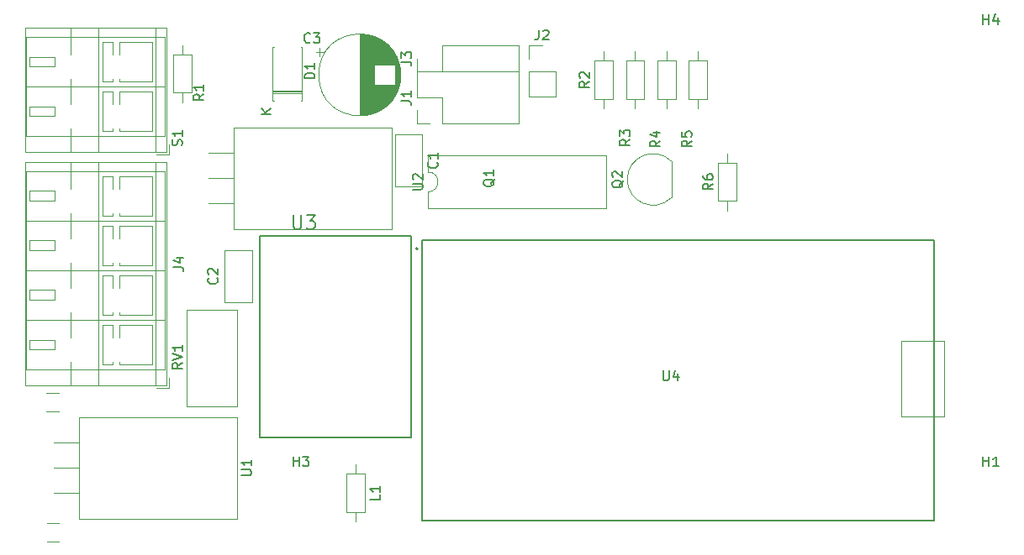
<source format=gbr>
%TF.GenerationSoftware,KiCad,Pcbnew,8.0.7*%
%TF.CreationDate,2025-05-19T16:35:52+02:00*%
%TF.ProjectId,nils-tmc5160,6e696c73-2d74-46d6-9335-3136302e6b69,rev?*%
%TF.SameCoordinates,Original*%
%TF.FileFunction,Legend,Top*%
%TF.FilePolarity,Positive*%
%FSLAX46Y46*%
G04 Gerber Fmt 4.6, Leading zero omitted, Abs format (unit mm)*
G04 Created by KiCad (PCBNEW 8.0.7) date 2025-05-19 16:35:52*
%MOMM*%
%LPD*%
G01*
G04 APERTURE LIST*
%ADD10C,0.150000*%
%ADD11C,0.200000*%
%ADD12C,0.100000*%
%ADD13C,0.120000*%
%ADD14C,0.127000*%
G04 APERTURE END LIST*
D10*
X207899095Y-86203819D02*
X207899095Y-87013342D01*
X207899095Y-87013342D02*
X207946714Y-87108580D01*
X207946714Y-87108580D02*
X207994333Y-87156200D01*
X207994333Y-87156200D02*
X208089571Y-87203819D01*
X208089571Y-87203819D02*
X208280047Y-87203819D01*
X208280047Y-87203819D02*
X208375285Y-87156200D01*
X208375285Y-87156200D02*
X208422904Y-87108580D01*
X208422904Y-87108580D02*
X208470523Y-87013342D01*
X208470523Y-87013342D02*
X208470523Y-86203819D01*
X209375285Y-86537152D02*
X209375285Y-87203819D01*
X209137190Y-86156200D02*
X208899095Y-86870485D01*
X208899095Y-86870485D02*
X209518142Y-86870485D01*
X240127635Y-51269006D02*
X240127635Y-50269006D01*
X240127635Y-50745196D02*
X240699063Y-50745196D01*
X240699063Y-51269006D02*
X240699063Y-50269006D01*
X241603825Y-50602339D02*
X241603825Y-51269006D01*
X241365730Y-50221387D02*
X241127635Y-50935672D01*
X241127635Y-50935672D02*
X241746682Y-50935672D01*
X170653635Y-95869006D02*
X170653635Y-94869006D01*
X170653635Y-95345196D02*
X171225063Y-95345196D01*
X171225063Y-95869006D02*
X171225063Y-94869006D01*
X171606016Y-94869006D02*
X172225063Y-94869006D01*
X172225063Y-94869006D02*
X171891730Y-95249958D01*
X171891730Y-95249958D02*
X172034587Y-95249958D01*
X172034587Y-95249958D02*
X172129825Y-95297577D01*
X172129825Y-95297577D02*
X172177444Y-95345196D01*
X172177444Y-95345196D02*
X172225063Y-95440434D01*
X172225063Y-95440434D02*
X172225063Y-95678529D01*
X172225063Y-95678529D02*
X172177444Y-95773767D01*
X172177444Y-95773767D02*
X172129825Y-95821387D01*
X172129825Y-95821387D02*
X172034587Y-95869006D01*
X172034587Y-95869006D02*
X171748873Y-95869006D01*
X171748873Y-95869006D02*
X171653635Y-95821387D01*
X171653635Y-95821387D02*
X171606016Y-95773767D01*
X240127635Y-95869006D02*
X240127635Y-94869006D01*
X240127635Y-95345196D02*
X240699063Y-95345196D01*
X240699063Y-95869006D02*
X240699063Y-94869006D01*
X241699063Y-95869006D02*
X241127635Y-95869006D01*
X241413349Y-95869006D02*
X241413349Y-94869006D01*
X241413349Y-94869006D02*
X241318111Y-95011863D01*
X241318111Y-95011863D02*
X241222873Y-95107101D01*
X241222873Y-95107101D02*
X241127635Y-95154720D01*
X159411200Y-63499904D02*
X159458819Y-63357047D01*
X159458819Y-63357047D02*
X159458819Y-63118952D01*
X159458819Y-63118952D02*
X159411200Y-63023714D01*
X159411200Y-63023714D02*
X159363580Y-62976095D01*
X159363580Y-62976095D02*
X159268342Y-62928476D01*
X159268342Y-62928476D02*
X159173104Y-62928476D01*
X159173104Y-62928476D02*
X159077866Y-62976095D01*
X159077866Y-62976095D02*
X159030247Y-63023714D01*
X159030247Y-63023714D02*
X158982628Y-63118952D01*
X158982628Y-63118952D02*
X158935009Y-63309428D01*
X158935009Y-63309428D02*
X158887390Y-63404666D01*
X158887390Y-63404666D02*
X158839771Y-63452285D01*
X158839771Y-63452285D02*
X158744533Y-63499904D01*
X158744533Y-63499904D02*
X158649295Y-63499904D01*
X158649295Y-63499904D02*
X158554057Y-63452285D01*
X158554057Y-63452285D02*
X158506438Y-63404666D01*
X158506438Y-63404666D02*
X158458819Y-63309428D01*
X158458819Y-63309428D02*
X158458819Y-63071333D01*
X158458819Y-63071333D02*
X158506438Y-62928476D01*
X159458819Y-61976095D02*
X159458819Y-62547523D01*
X159458819Y-62261809D02*
X158458819Y-62261809D01*
X158458819Y-62261809D02*
X158601676Y-62357047D01*
X158601676Y-62357047D02*
X158696914Y-62452285D01*
X158696914Y-62452285D02*
X158744533Y-62547523D01*
X170653833Y-70554866D02*
X170653833Y-71688200D01*
X170653833Y-71688200D02*
X170720500Y-71821533D01*
X170720500Y-71821533D02*
X170787166Y-71888200D01*
X170787166Y-71888200D02*
X170920500Y-71954866D01*
X170920500Y-71954866D02*
X171187166Y-71954866D01*
X171187166Y-71954866D02*
X171320500Y-71888200D01*
X171320500Y-71888200D02*
X171387166Y-71821533D01*
X171387166Y-71821533D02*
X171453833Y-71688200D01*
X171453833Y-71688200D02*
X171453833Y-70554866D01*
X171987167Y-70554866D02*
X172853833Y-70554866D01*
X172853833Y-70554866D02*
X172387167Y-71088200D01*
X172387167Y-71088200D02*
X172587167Y-71088200D01*
X172587167Y-71088200D02*
X172720500Y-71154866D01*
X172720500Y-71154866D02*
X172787167Y-71221533D01*
X172787167Y-71221533D02*
X172853833Y-71354866D01*
X172853833Y-71354866D02*
X172853833Y-71688200D01*
X172853833Y-71688200D02*
X172787167Y-71821533D01*
X172787167Y-71821533D02*
X172720500Y-71888200D01*
X172720500Y-71888200D02*
X172587167Y-71954866D01*
X172587167Y-71954866D02*
X172187167Y-71954866D01*
X172187167Y-71954866D02*
X172053833Y-71888200D01*
X172053833Y-71888200D02*
X171987167Y-71821533D01*
X181538819Y-55070333D02*
X182253104Y-55070333D01*
X182253104Y-55070333D02*
X182395961Y-55117952D01*
X182395961Y-55117952D02*
X182491200Y-55213190D01*
X182491200Y-55213190D02*
X182538819Y-55356047D01*
X182538819Y-55356047D02*
X182538819Y-55451285D01*
X181538819Y-54689380D02*
X181538819Y-54070333D01*
X181538819Y-54070333D02*
X181919771Y-54403666D01*
X181919771Y-54403666D02*
X181919771Y-54260809D01*
X181919771Y-54260809D02*
X181967390Y-54165571D01*
X181967390Y-54165571D02*
X182015009Y-54117952D01*
X182015009Y-54117952D02*
X182110247Y-54070333D01*
X182110247Y-54070333D02*
X182348342Y-54070333D01*
X182348342Y-54070333D02*
X182443580Y-54117952D01*
X182443580Y-54117952D02*
X182491200Y-54165571D01*
X182491200Y-54165571D02*
X182538819Y-54260809D01*
X182538819Y-54260809D02*
X182538819Y-54546523D01*
X182538819Y-54546523D02*
X182491200Y-54641761D01*
X182491200Y-54641761D02*
X182443580Y-54689380D01*
X172354333Y-53074580D02*
X172306714Y-53122200D01*
X172306714Y-53122200D02*
X172163857Y-53169819D01*
X172163857Y-53169819D02*
X172068619Y-53169819D01*
X172068619Y-53169819D02*
X171925762Y-53122200D01*
X171925762Y-53122200D02*
X171830524Y-53026961D01*
X171830524Y-53026961D02*
X171782905Y-52931723D01*
X171782905Y-52931723D02*
X171735286Y-52741247D01*
X171735286Y-52741247D02*
X171735286Y-52598390D01*
X171735286Y-52598390D02*
X171782905Y-52407914D01*
X171782905Y-52407914D02*
X171830524Y-52312676D01*
X171830524Y-52312676D02*
X171925762Y-52217438D01*
X171925762Y-52217438D02*
X172068619Y-52169819D01*
X172068619Y-52169819D02*
X172163857Y-52169819D01*
X172163857Y-52169819D02*
X172306714Y-52217438D01*
X172306714Y-52217438D02*
X172354333Y-52265057D01*
X172687667Y-52169819D02*
X173306714Y-52169819D01*
X173306714Y-52169819D02*
X172973381Y-52550771D01*
X172973381Y-52550771D02*
X173116238Y-52550771D01*
X173116238Y-52550771D02*
X173211476Y-52598390D01*
X173211476Y-52598390D02*
X173259095Y-52646009D01*
X173259095Y-52646009D02*
X173306714Y-52741247D01*
X173306714Y-52741247D02*
X173306714Y-52979342D01*
X173306714Y-52979342D02*
X173259095Y-53074580D01*
X173259095Y-53074580D02*
X173211476Y-53122200D01*
X173211476Y-53122200D02*
X173116238Y-53169819D01*
X173116238Y-53169819D02*
X172830524Y-53169819D01*
X172830524Y-53169819D02*
X172735286Y-53122200D01*
X172735286Y-53122200D02*
X172687667Y-53074580D01*
X200459819Y-57052666D02*
X199983628Y-57385999D01*
X200459819Y-57624094D02*
X199459819Y-57624094D01*
X199459819Y-57624094D02*
X199459819Y-57243142D01*
X199459819Y-57243142D02*
X199507438Y-57147904D01*
X199507438Y-57147904D02*
X199555057Y-57100285D01*
X199555057Y-57100285D02*
X199650295Y-57052666D01*
X199650295Y-57052666D02*
X199793152Y-57052666D01*
X199793152Y-57052666D02*
X199888390Y-57100285D01*
X199888390Y-57100285D02*
X199936009Y-57147904D01*
X199936009Y-57147904D02*
X199983628Y-57243142D01*
X199983628Y-57243142D02*
X199983628Y-57624094D01*
X199555057Y-56671713D02*
X199507438Y-56624094D01*
X199507438Y-56624094D02*
X199459819Y-56528856D01*
X199459819Y-56528856D02*
X199459819Y-56290761D01*
X199459819Y-56290761D02*
X199507438Y-56195523D01*
X199507438Y-56195523D02*
X199555057Y-56147904D01*
X199555057Y-56147904D02*
X199650295Y-56100285D01*
X199650295Y-56100285D02*
X199745533Y-56100285D01*
X199745533Y-56100285D02*
X199888390Y-56147904D01*
X199888390Y-56147904D02*
X200459819Y-56719332D01*
X200459819Y-56719332D02*
X200459819Y-56100285D01*
X162959580Y-76874666D02*
X163007200Y-76922285D01*
X163007200Y-76922285D02*
X163054819Y-77065142D01*
X163054819Y-77065142D02*
X163054819Y-77160380D01*
X163054819Y-77160380D02*
X163007200Y-77303237D01*
X163007200Y-77303237D02*
X162911961Y-77398475D01*
X162911961Y-77398475D02*
X162816723Y-77446094D01*
X162816723Y-77446094D02*
X162626247Y-77493713D01*
X162626247Y-77493713D02*
X162483390Y-77493713D01*
X162483390Y-77493713D02*
X162292914Y-77446094D01*
X162292914Y-77446094D02*
X162197676Y-77398475D01*
X162197676Y-77398475D02*
X162102438Y-77303237D01*
X162102438Y-77303237D02*
X162054819Y-77160380D01*
X162054819Y-77160380D02*
X162054819Y-77065142D01*
X162054819Y-77065142D02*
X162102438Y-76922285D01*
X162102438Y-76922285D02*
X162150057Y-76874666D01*
X162150057Y-76493713D02*
X162102438Y-76446094D01*
X162102438Y-76446094D02*
X162054819Y-76350856D01*
X162054819Y-76350856D02*
X162054819Y-76112761D01*
X162054819Y-76112761D02*
X162102438Y-76017523D01*
X162102438Y-76017523D02*
X162150057Y-75969904D01*
X162150057Y-75969904D02*
X162245295Y-75922285D01*
X162245295Y-75922285D02*
X162340533Y-75922285D01*
X162340533Y-75922285D02*
X162483390Y-75969904D01*
X162483390Y-75969904D02*
X163054819Y-76541332D01*
X163054819Y-76541332D02*
X163054819Y-75922285D01*
X165426819Y-96773904D02*
X166236342Y-96773904D01*
X166236342Y-96773904D02*
X166331580Y-96726285D01*
X166331580Y-96726285D02*
X166379200Y-96678666D01*
X166379200Y-96678666D02*
X166426819Y-96583428D01*
X166426819Y-96583428D02*
X166426819Y-96392952D01*
X166426819Y-96392952D02*
X166379200Y-96297714D01*
X166379200Y-96297714D02*
X166331580Y-96250095D01*
X166331580Y-96250095D02*
X166236342Y-96202476D01*
X166236342Y-96202476D02*
X165426819Y-96202476D01*
X166426819Y-95202476D02*
X166426819Y-95773904D01*
X166426819Y-95488190D02*
X165426819Y-95488190D01*
X165426819Y-95488190D02*
X165569676Y-95583428D01*
X165569676Y-95583428D02*
X165664914Y-95678666D01*
X165664914Y-95678666D02*
X165712533Y-95773904D01*
X158585819Y-75771333D02*
X159300104Y-75771333D01*
X159300104Y-75771333D02*
X159442961Y-75818952D01*
X159442961Y-75818952D02*
X159538200Y-75914190D01*
X159538200Y-75914190D02*
X159585819Y-76057047D01*
X159585819Y-76057047D02*
X159585819Y-76152285D01*
X158919152Y-74866571D02*
X159585819Y-74866571D01*
X158538200Y-75104666D02*
X159252485Y-75342761D01*
X159252485Y-75342761D02*
X159252485Y-74723714D01*
X210766819Y-63031666D02*
X210290628Y-63364999D01*
X210766819Y-63603094D02*
X209766819Y-63603094D01*
X209766819Y-63603094D02*
X209766819Y-63222142D01*
X209766819Y-63222142D02*
X209814438Y-63126904D01*
X209814438Y-63126904D02*
X209862057Y-63079285D01*
X209862057Y-63079285D02*
X209957295Y-63031666D01*
X209957295Y-63031666D02*
X210100152Y-63031666D01*
X210100152Y-63031666D02*
X210195390Y-63079285D01*
X210195390Y-63079285D02*
X210243009Y-63126904D01*
X210243009Y-63126904D02*
X210290628Y-63222142D01*
X210290628Y-63222142D02*
X210290628Y-63603094D01*
X209766819Y-62126904D02*
X209766819Y-62603094D01*
X209766819Y-62603094D02*
X210243009Y-62650713D01*
X210243009Y-62650713D02*
X210195390Y-62603094D01*
X210195390Y-62603094D02*
X210147771Y-62507856D01*
X210147771Y-62507856D02*
X210147771Y-62269761D01*
X210147771Y-62269761D02*
X210195390Y-62174523D01*
X210195390Y-62174523D02*
X210243009Y-62126904D01*
X210243009Y-62126904D02*
X210338247Y-62079285D01*
X210338247Y-62079285D02*
X210576342Y-62079285D01*
X210576342Y-62079285D02*
X210671580Y-62126904D01*
X210671580Y-62126904D02*
X210719200Y-62174523D01*
X210719200Y-62174523D02*
X210766819Y-62269761D01*
X210766819Y-62269761D02*
X210766819Y-62507856D01*
X210766819Y-62507856D02*
X210719200Y-62603094D01*
X210719200Y-62603094D02*
X210671580Y-62650713D01*
X190915057Y-66887238D02*
X190867438Y-66982476D01*
X190867438Y-66982476D02*
X190772200Y-67077714D01*
X190772200Y-67077714D02*
X190629342Y-67220571D01*
X190629342Y-67220571D02*
X190581723Y-67315809D01*
X190581723Y-67315809D02*
X190581723Y-67411047D01*
X190819819Y-67363428D02*
X190772200Y-67458666D01*
X190772200Y-67458666D02*
X190676961Y-67553904D01*
X190676961Y-67553904D02*
X190486485Y-67601523D01*
X190486485Y-67601523D02*
X190153152Y-67601523D01*
X190153152Y-67601523D02*
X189962676Y-67553904D01*
X189962676Y-67553904D02*
X189867438Y-67458666D01*
X189867438Y-67458666D02*
X189819819Y-67363428D01*
X189819819Y-67363428D02*
X189819819Y-67172952D01*
X189819819Y-67172952D02*
X189867438Y-67077714D01*
X189867438Y-67077714D02*
X189962676Y-66982476D01*
X189962676Y-66982476D02*
X190153152Y-66934857D01*
X190153152Y-66934857D02*
X190486485Y-66934857D01*
X190486485Y-66934857D02*
X190676961Y-66982476D01*
X190676961Y-66982476D02*
X190772200Y-67077714D01*
X190772200Y-67077714D02*
X190819819Y-67172952D01*
X190819819Y-67172952D02*
X190819819Y-67363428D01*
X190819819Y-65982476D02*
X190819819Y-66553904D01*
X190819819Y-66268190D02*
X189819819Y-66268190D01*
X189819819Y-66268190D02*
X189962676Y-66363428D01*
X189962676Y-66363428D02*
X190057914Y-66458666D01*
X190057914Y-66458666D02*
X190105533Y-66553904D01*
X182671819Y-67944904D02*
X183481342Y-67944904D01*
X183481342Y-67944904D02*
X183576580Y-67897285D01*
X183576580Y-67897285D02*
X183624200Y-67849666D01*
X183624200Y-67849666D02*
X183671819Y-67754428D01*
X183671819Y-67754428D02*
X183671819Y-67563952D01*
X183671819Y-67563952D02*
X183624200Y-67468714D01*
X183624200Y-67468714D02*
X183576580Y-67421095D01*
X183576580Y-67421095D02*
X183481342Y-67373476D01*
X183481342Y-67373476D02*
X182671819Y-67373476D01*
X182767057Y-66944904D02*
X182719438Y-66897285D01*
X182719438Y-66897285D02*
X182671819Y-66802047D01*
X182671819Y-66802047D02*
X182671819Y-66563952D01*
X182671819Y-66563952D02*
X182719438Y-66468714D01*
X182719438Y-66468714D02*
X182767057Y-66421095D01*
X182767057Y-66421095D02*
X182862295Y-66373476D01*
X182862295Y-66373476D02*
X182957533Y-66373476D01*
X182957533Y-66373476D02*
X183100390Y-66421095D01*
X183100390Y-66421095D02*
X183671819Y-66992523D01*
X183671819Y-66992523D02*
X183671819Y-66373476D01*
X185104580Y-65190666D02*
X185152200Y-65238285D01*
X185152200Y-65238285D02*
X185199819Y-65381142D01*
X185199819Y-65381142D02*
X185199819Y-65476380D01*
X185199819Y-65476380D02*
X185152200Y-65619237D01*
X185152200Y-65619237D02*
X185056961Y-65714475D01*
X185056961Y-65714475D02*
X184961723Y-65762094D01*
X184961723Y-65762094D02*
X184771247Y-65809713D01*
X184771247Y-65809713D02*
X184628390Y-65809713D01*
X184628390Y-65809713D02*
X184437914Y-65762094D01*
X184437914Y-65762094D02*
X184342676Y-65714475D01*
X184342676Y-65714475D02*
X184247438Y-65619237D01*
X184247438Y-65619237D02*
X184199819Y-65476380D01*
X184199819Y-65476380D02*
X184199819Y-65381142D01*
X184199819Y-65381142D02*
X184247438Y-65238285D01*
X184247438Y-65238285D02*
X184295057Y-65190666D01*
X185199819Y-64238285D02*
X185199819Y-64809713D01*
X185199819Y-64523999D02*
X184199819Y-64523999D01*
X184199819Y-64523999D02*
X184342676Y-64619237D01*
X184342676Y-64619237D02*
X184437914Y-64714475D01*
X184437914Y-64714475D02*
X184485533Y-64809713D01*
X212910819Y-67349666D02*
X212434628Y-67682999D01*
X212910819Y-67921094D02*
X211910819Y-67921094D01*
X211910819Y-67921094D02*
X211910819Y-67540142D01*
X211910819Y-67540142D02*
X211958438Y-67444904D01*
X211958438Y-67444904D02*
X212006057Y-67397285D01*
X212006057Y-67397285D02*
X212101295Y-67349666D01*
X212101295Y-67349666D02*
X212244152Y-67349666D01*
X212244152Y-67349666D02*
X212339390Y-67397285D01*
X212339390Y-67397285D02*
X212387009Y-67444904D01*
X212387009Y-67444904D02*
X212434628Y-67540142D01*
X212434628Y-67540142D02*
X212434628Y-67921094D01*
X211910819Y-66492523D02*
X211910819Y-66682999D01*
X211910819Y-66682999D02*
X211958438Y-66778237D01*
X211958438Y-66778237D02*
X212006057Y-66825856D01*
X212006057Y-66825856D02*
X212148914Y-66921094D01*
X212148914Y-66921094D02*
X212339390Y-66968713D01*
X212339390Y-66968713D02*
X212720342Y-66968713D01*
X212720342Y-66968713D02*
X212815580Y-66921094D01*
X212815580Y-66921094D02*
X212863200Y-66873475D01*
X212863200Y-66873475D02*
X212910819Y-66778237D01*
X212910819Y-66778237D02*
X212910819Y-66587761D01*
X212910819Y-66587761D02*
X212863200Y-66492523D01*
X212863200Y-66492523D02*
X212815580Y-66444904D01*
X212815580Y-66444904D02*
X212720342Y-66397285D01*
X212720342Y-66397285D02*
X212482247Y-66397285D01*
X212482247Y-66397285D02*
X212387009Y-66444904D01*
X212387009Y-66444904D02*
X212339390Y-66492523D01*
X212339390Y-66492523D02*
X212291771Y-66587761D01*
X212291771Y-66587761D02*
X212291771Y-66778237D01*
X212291771Y-66778237D02*
X212339390Y-66873475D01*
X212339390Y-66873475D02*
X212387009Y-66921094D01*
X212387009Y-66921094D02*
X212482247Y-66968713D01*
X195373666Y-51856819D02*
X195373666Y-52571104D01*
X195373666Y-52571104D02*
X195326047Y-52713961D01*
X195326047Y-52713961D02*
X195230809Y-52809200D01*
X195230809Y-52809200D02*
X195087952Y-52856819D01*
X195087952Y-52856819D02*
X194992714Y-52856819D01*
X195802238Y-51952057D02*
X195849857Y-51904438D01*
X195849857Y-51904438D02*
X195945095Y-51856819D01*
X195945095Y-51856819D02*
X196183190Y-51856819D01*
X196183190Y-51856819D02*
X196278428Y-51904438D01*
X196278428Y-51904438D02*
X196326047Y-51952057D01*
X196326047Y-51952057D02*
X196373666Y-52047295D01*
X196373666Y-52047295D02*
X196373666Y-52142533D01*
X196373666Y-52142533D02*
X196326047Y-52285390D01*
X196326047Y-52285390D02*
X195754619Y-52856819D01*
X195754619Y-52856819D02*
X196373666Y-52856819D01*
X161617819Y-58332666D02*
X161141628Y-58665999D01*
X161617819Y-58904094D02*
X160617819Y-58904094D01*
X160617819Y-58904094D02*
X160617819Y-58523142D01*
X160617819Y-58523142D02*
X160665438Y-58427904D01*
X160665438Y-58427904D02*
X160713057Y-58380285D01*
X160713057Y-58380285D02*
X160808295Y-58332666D01*
X160808295Y-58332666D02*
X160951152Y-58332666D01*
X160951152Y-58332666D02*
X161046390Y-58380285D01*
X161046390Y-58380285D02*
X161094009Y-58427904D01*
X161094009Y-58427904D02*
X161141628Y-58523142D01*
X161141628Y-58523142D02*
X161141628Y-58904094D01*
X161617819Y-57380285D02*
X161617819Y-57951713D01*
X161617819Y-57665999D02*
X160617819Y-57665999D01*
X160617819Y-57665999D02*
X160760676Y-57761237D01*
X160760676Y-57761237D02*
X160855914Y-57856475D01*
X160855914Y-57856475D02*
X160903533Y-57951713D01*
X204543819Y-62904666D02*
X204067628Y-63237999D01*
X204543819Y-63476094D02*
X203543819Y-63476094D01*
X203543819Y-63476094D02*
X203543819Y-63095142D01*
X203543819Y-63095142D02*
X203591438Y-62999904D01*
X203591438Y-62999904D02*
X203639057Y-62952285D01*
X203639057Y-62952285D02*
X203734295Y-62904666D01*
X203734295Y-62904666D02*
X203877152Y-62904666D01*
X203877152Y-62904666D02*
X203972390Y-62952285D01*
X203972390Y-62952285D02*
X204020009Y-62999904D01*
X204020009Y-62999904D02*
X204067628Y-63095142D01*
X204067628Y-63095142D02*
X204067628Y-63476094D01*
X203543819Y-62571332D02*
X203543819Y-61952285D01*
X203543819Y-61952285D02*
X203924771Y-62285618D01*
X203924771Y-62285618D02*
X203924771Y-62142761D01*
X203924771Y-62142761D02*
X203972390Y-62047523D01*
X203972390Y-62047523D02*
X204020009Y-61999904D01*
X204020009Y-61999904D02*
X204115247Y-61952285D01*
X204115247Y-61952285D02*
X204353342Y-61952285D01*
X204353342Y-61952285D02*
X204448580Y-61999904D01*
X204448580Y-61999904D02*
X204496200Y-62047523D01*
X204496200Y-62047523D02*
X204543819Y-62142761D01*
X204543819Y-62142761D02*
X204543819Y-62428475D01*
X204543819Y-62428475D02*
X204496200Y-62523713D01*
X204496200Y-62523713D02*
X204448580Y-62571332D01*
X172793819Y-56745094D02*
X171793819Y-56745094D01*
X171793819Y-56745094D02*
X171793819Y-56506999D01*
X171793819Y-56506999D02*
X171841438Y-56364142D01*
X171841438Y-56364142D02*
X171936676Y-56268904D01*
X171936676Y-56268904D02*
X172031914Y-56221285D01*
X172031914Y-56221285D02*
X172222390Y-56173666D01*
X172222390Y-56173666D02*
X172365247Y-56173666D01*
X172365247Y-56173666D02*
X172555723Y-56221285D01*
X172555723Y-56221285D02*
X172650961Y-56268904D01*
X172650961Y-56268904D02*
X172746200Y-56364142D01*
X172746200Y-56364142D02*
X172793819Y-56506999D01*
X172793819Y-56506999D02*
X172793819Y-56745094D01*
X172793819Y-55221285D02*
X172793819Y-55792713D01*
X172793819Y-55506999D02*
X171793819Y-55506999D01*
X171793819Y-55506999D02*
X171936676Y-55602237D01*
X171936676Y-55602237D02*
X172031914Y-55697475D01*
X172031914Y-55697475D02*
X172079533Y-55792713D01*
X168407819Y-60332904D02*
X167407819Y-60332904D01*
X168407819Y-59761476D02*
X167836390Y-60190047D01*
X167407819Y-59761476D02*
X167979247Y-60332904D01*
X207591819Y-63031666D02*
X207115628Y-63364999D01*
X207591819Y-63603094D02*
X206591819Y-63603094D01*
X206591819Y-63603094D02*
X206591819Y-63222142D01*
X206591819Y-63222142D02*
X206639438Y-63126904D01*
X206639438Y-63126904D02*
X206687057Y-63079285D01*
X206687057Y-63079285D02*
X206782295Y-63031666D01*
X206782295Y-63031666D02*
X206925152Y-63031666D01*
X206925152Y-63031666D02*
X207020390Y-63079285D01*
X207020390Y-63079285D02*
X207068009Y-63126904D01*
X207068009Y-63126904D02*
X207115628Y-63222142D01*
X207115628Y-63222142D02*
X207115628Y-63603094D01*
X206925152Y-62174523D02*
X207591819Y-62174523D01*
X206544200Y-62412618D02*
X207258485Y-62650713D01*
X207258485Y-62650713D02*
X207258485Y-62031666D01*
X179397819Y-98718666D02*
X179397819Y-99194856D01*
X179397819Y-99194856D02*
X178397819Y-99194856D01*
X179397819Y-97861523D02*
X179397819Y-98432951D01*
X179397819Y-98147237D02*
X178397819Y-98147237D01*
X178397819Y-98147237D02*
X178540676Y-98242475D01*
X178540676Y-98242475D02*
X178635914Y-98337713D01*
X178635914Y-98337713D02*
X178683533Y-98432951D01*
X203873057Y-67024238D02*
X203825438Y-67119476D01*
X203825438Y-67119476D02*
X203730200Y-67214714D01*
X203730200Y-67214714D02*
X203587342Y-67357571D01*
X203587342Y-67357571D02*
X203539723Y-67452809D01*
X203539723Y-67452809D02*
X203539723Y-67548047D01*
X203777819Y-67500428D02*
X203730200Y-67595666D01*
X203730200Y-67595666D02*
X203634961Y-67690904D01*
X203634961Y-67690904D02*
X203444485Y-67738523D01*
X203444485Y-67738523D02*
X203111152Y-67738523D01*
X203111152Y-67738523D02*
X202920676Y-67690904D01*
X202920676Y-67690904D02*
X202825438Y-67595666D01*
X202825438Y-67595666D02*
X202777819Y-67500428D01*
X202777819Y-67500428D02*
X202777819Y-67309952D01*
X202777819Y-67309952D02*
X202825438Y-67214714D01*
X202825438Y-67214714D02*
X202920676Y-67119476D01*
X202920676Y-67119476D02*
X203111152Y-67071857D01*
X203111152Y-67071857D02*
X203444485Y-67071857D01*
X203444485Y-67071857D02*
X203634961Y-67119476D01*
X203634961Y-67119476D02*
X203730200Y-67214714D01*
X203730200Y-67214714D02*
X203777819Y-67309952D01*
X203777819Y-67309952D02*
X203777819Y-67500428D01*
X202873057Y-66690904D02*
X202825438Y-66643285D01*
X202825438Y-66643285D02*
X202777819Y-66548047D01*
X202777819Y-66548047D02*
X202777819Y-66309952D01*
X202777819Y-66309952D02*
X202825438Y-66214714D01*
X202825438Y-66214714D02*
X202873057Y-66167095D01*
X202873057Y-66167095D02*
X202968295Y-66119476D01*
X202968295Y-66119476D02*
X203063533Y-66119476D01*
X203063533Y-66119476D02*
X203206390Y-66167095D01*
X203206390Y-66167095D02*
X203777819Y-66738523D01*
X203777819Y-66738523D02*
X203777819Y-66119476D01*
X159458819Y-85431238D02*
X158982628Y-85764571D01*
X159458819Y-86002666D02*
X158458819Y-86002666D01*
X158458819Y-86002666D02*
X158458819Y-85621714D01*
X158458819Y-85621714D02*
X158506438Y-85526476D01*
X158506438Y-85526476D02*
X158554057Y-85478857D01*
X158554057Y-85478857D02*
X158649295Y-85431238D01*
X158649295Y-85431238D02*
X158792152Y-85431238D01*
X158792152Y-85431238D02*
X158887390Y-85478857D01*
X158887390Y-85478857D02*
X158935009Y-85526476D01*
X158935009Y-85526476D02*
X158982628Y-85621714D01*
X158982628Y-85621714D02*
X158982628Y-86002666D01*
X158458819Y-85145523D02*
X159458819Y-84812190D01*
X159458819Y-84812190D02*
X158458819Y-84478857D01*
X159458819Y-83621714D02*
X159458819Y-84193142D01*
X159458819Y-83907428D02*
X158458819Y-83907428D01*
X158458819Y-83907428D02*
X158601676Y-84002666D01*
X158601676Y-84002666D02*
X158696914Y-84097904D01*
X158696914Y-84097904D02*
X158744533Y-84193142D01*
X181528819Y-59007333D02*
X182243104Y-59007333D01*
X182243104Y-59007333D02*
X182385961Y-59054952D01*
X182385961Y-59054952D02*
X182481200Y-59150190D01*
X182481200Y-59150190D02*
X182528819Y-59293047D01*
X182528819Y-59293047D02*
X182528819Y-59388285D01*
X182528819Y-58007333D02*
X182528819Y-58578761D01*
X182528819Y-58293047D02*
X181528819Y-58293047D01*
X181528819Y-58293047D02*
X181671676Y-58388285D01*
X181671676Y-58388285D02*
X181766914Y-58483523D01*
X181766914Y-58483523D02*
X181814533Y-58578761D01*
%TO.C,U4*%
D11*
X183656187Y-73051460D02*
X235156187Y-73051460D01*
X235156187Y-101351460D01*
X183656187Y-101351460D01*
X183656187Y-73051460D01*
D12*
X231916187Y-83211460D02*
X236170366Y-83211460D01*
X236170366Y-90831460D01*
X231916187Y-90831460D01*
X231916187Y-83211460D01*
D13*
%TO.C,S1*%
X156869000Y-64422000D02*
X158109000Y-64422000D01*
X158109000Y-64422000D02*
X158109000Y-63422000D01*
X143629000Y-64182000D02*
X157869000Y-64182000D01*
X143629000Y-64182000D02*
X143629000Y-51641000D01*
X148249000Y-64182000D02*
X148249000Y-61792000D01*
X151049000Y-64182000D02*
X151049000Y-51641000D01*
X156749000Y-64182000D02*
X156749000Y-51641000D01*
X157869000Y-64182000D02*
X157869000Y-51641000D01*
X143749000Y-62562000D02*
X157749000Y-62562000D01*
X143749000Y-62562000D02*
X143749000Y-57562000D01*
X157749000Y-62562000D02*
X157749000Y-57562000D01*
X151449000Y-62062000D02*
X152449000Y-62062000D01*
X151449000Y-62062000D02*
X151449000Y-58062000D01*
X152449000Y-62062000D02*
X152449000Y-61792000D01*
X153149000Y-62062000D02*
X156449000Y-62062000D01*
X153149000Y-62062000D02*
X153149000Y-61792000D01*
X156449000Y-62062000D02*
X156449000Y-58062000D01*
X144099000Y-60562000D02*
X146598000Y-60562000D01*
X144099000Y-60562000D02*
X144099000Y-59562000D01*
X146598000Y-60562000D02*
X146598000Y-59562000D01*
X144099000Y-59562000D02*
X146598000Y-59562000D01*
X148249000Y-59332000D02*
X148249000Y-56792000D01*
X152449000Y-59332000D02*
X152449000Y-58062000D01*
X153149000Y-59332000D02*
X153149000Y-58062000D01*
X151449000Y-58062000D02*
X152449000Y-58062000D01*
X153149000Y-58062000D02*
X156449000Y-58062000D01*
X143749000Y-57562000D02*
X157749000Y-57562000D01*
X143749000Y-57562000D02*
X157749000Y-57562000D01*
X143749000Y-57562000D02*
X143749000Y-52562000D01*
X157749000Y-57562000D02*
X157749000Y-52562000D01*
X151449000Y-57062000D02*
X152449000Y-57062000D01*
X151449000Y-57062000D02*
X151449000Y-53062000D01*
X152449000Y-57062000D02*
X152449000Y-56792000D01*
X153149000Y-57062000D02*
X156449000Y-57062000D01*
X153149000Y-57062000D02*
X153149000Y-56792000D01*
X156449000Y-57062000D02*
X156449000Y-53062000D01*
X144099000Y-55562000D02*
X146598000Y-55562000D01*
X144099000Y-55562000D02*
X144099000Y-54562000D01*
X146598000Y-55562000D02*
X146598000Y-54562000D01*
X144099000Y-54562000D02*
X146598000Y-54562000D01*
X148249000Y-54332000D02*
X148249000Y-51641000D01*
X152449000Y-54332000D02*
X152449000Y-53062000D01*
X153149000Y-54332000D02*
X153149000Y-53062000D01*
X151449000Y-53062000D02*
X152449000Y-53062000D01*
X153149000Y-53062000D02*
X156449000Y-53062000D01*
X143749000Y-52562000D02*
X157749000Y-52562000D01*
X143629000Y-51641000D02*
X157869000Y-51641000D01*
D14*
%TO.C,U3*%
X167255500Y-72644000D02*
X167255500Y-92964000D01*
X167255500Y-92964000D02*
X182495500Y-92964000D01*
X182495500Y-72644000D02*
X167255500Y-72644000D01*
X182495500Y-92964000D02*
X182495500Y-72644000D01*
D11*
X183185500Y-73914000D02*
G75*
G02*
X182985500Y-73914000I-100000J0D01*
G01*
X182985500Y-73914000D02*
G75*
G02*
X183185500Y-73914000I100000J0D01*
G01*
D13*
%TO.C,J3*%
X183084000Y-56067000D02*
X183084000Y-54737000D01*
X184414000Y-56067000D02*
X183084000Y-56067000D01*
X185684000Y-56067000D02*
X193364000Y-56067000D01*
X185684000Y-56067000D02*
X185684000Y-53407000D01*
X193364000Y-56067000D02*
X193364000Y-53407000D01*
X185684000Y-53407000D02*
X193364000Y-53407000D01*
%TO.C,C3*%
X172922302Y-54073000D02*
X173722302Y-54073000D01*
X173322302Y-53673000D02*
X173322302Y-54473000D01*
X177332000Y-52308000D02*
X177332000Y-60468000D01*
X177372000Y-52308000D02*
X177372000Y-60468000D01*
X177412000Y-52308000D02*
X177412000Y-60468000D01*
X177452000Y-52309000D02*
X177452000Y-60467000D01*
X177492000Y-52311000D02*
X177492000Y-60465000D01*
X177532000Y-52312000D02*
X177532000Y-60464000D01*
X177572000Y-52314000D02*
X177572000Y-60462000D01*
X177612000Y-52317000D02*
X177612000Y-60459000D01*
X177652000Y-52320000D02*
X177652000Y-60456000D01*
X177692000Y-52323000D02*
X177692000Y-60453000D01*
X177732000Y-52327000D02*
X177732000Y-60449000D01*
X177772000Y-52331000D02*
X177772000Y-60445000D01*
X177812000Y-52336000D02*
X177812000Y-60440000D01*
X177852000Y-52340000D02*
X177852000Y-60436000D01*
X177892000Y-52346000D02*
X177892000Y-60430000D01*
X177932000Y-52351000D02*
X177932000Y-60425000D01*
X177972000Y-52358000D02*
X177972000Y-60418000D01*
X178012000Y-52364000D02*
X178012000Y-60412000D01*
X178053000Y-52371000D02*
X178053000Y-60405000D01*
X178093000Y-52378000D02*
X178093000Y-60398000D01*
X178133000Y-52386000D02*
X178133000Y-60390000D01*
X178173000Y-52394000D02*
X178173000Y-60382000D01*
X178213000Y-52403000D02*
X178213000Y-60373000D01*
X178253000Y-52412000D02*
X178253000Y-60364000D01*
X178293000Y-52421000D02*
X178293000Y-60355000D01*
X178333000Y-52431000D02*
X178333000Y-60345000D01*
X178373000Y-52441000D02*
X178373000Y-60335000D01*
X178413000Y-52452000D02*
X178413000Y-60324000D01*
X178453000Y-52463000D02*
X178453000Y-60313000D01*
X178493000Y-52474000D02*
X178493000Y-60302000D01*
X178533000Y-52486000D02*
X178533000Y-60290000D01*
X178573000Y-52499000D02*
X178573000Y-60277000D01*
X178613000Y-52511000D02*
X178613000Y-60265000D01*
X178653000Y-52525000D02*
X178653000Y-60251000D01*
X178693000Y-52538000D02*
X178693000Y-60238000D01*
X178733000Y-52553000D02*
X178733000Y-60223000D01*
X178773000Y-52567000D02*
X178773000Y-60209000D01*
X178813000Y-52583000D02*
X178813000Y-55348000D01*
X178813000Y-57428000D02*
X178813000Y-60193000D01*
X178853000Y-52598000D02*
X178853000Y-55348000D01*
X178853000Y-57428000D02*
X178853000Y-60178000D01*
X178893000Y-52614000D02*
X178893000Y-55348000D01*
X178893000Y-57428000D02*
X178893000Y-60162000D01*
X178933000Y-52631000D02*
X178933000Y-55348000D01*
X178933000Y-57428000D02*
X178933000Y-60145000D01*
X178973000Y-52648000D02*
X178973000Y-55348000D01*
X178973000Y-57428000D02*
X178973000Y-60128000D01*
X179013000Y-52666000D02*
X179013000Y-55348000D01*
X179013000Y-57428000D02*
X179013000Y-60110000D01*
X179053000Y-52684000D02*
X179053000Y-55348000D01*
X179053000Y-57428000D02*
X179053000Y-60092000D01*
X179093000Y-52702000D02*
X179093000Y-55348000D01*
X179093000Y-57428000D02*
X179093000Y-60074000D01*
X179133000Y-52722000D02*
X179133000Y-55348000D01*
X179133000Y-57428000D02*
X179133000Y-60054000D01*
X179173000Y-52741000D02*
X179173000Y-55348000D01*
X179173000Y-57428000D02*
X179173000Y-60035000D01*
X179213000Y-52761000D02*
X179213000Y-55348000D01*
X179213000Y-57428000D02*
X179213000Y-60015000D01*
X179253000Y-52782000D02*
X179253000Y-55348000D01*
X179253000Y-57428000D02*
X179253000Y-59994000D01*
X179293000Y-52804000D02*
X179293000Y-55348000D01*
X179293000Y-57428000D02*
X179293000Y-59972000D01*
X179333000Y-52826000D02*
X179333000Y-55348000D01*
X179333000Y-57428000D02*
X179333000Y-59950000D01*
X179373000Y-52848000D02*
X179373000Y-55348000D01*
X179373000Y-57428000D02*
X179373000Y-59928000D01*
X179413000Y-52871000D02*
X179413000Y-55348000D01*
X179413000Y-57428000D02*
X179413000Y-59905000D01*
X179453000Y-52895000D02*
X179453000Y-55348000D01*
X179453000Y-57428000D02*
X179453000Y-59881000D01*
X179493000Y-52919000D02*
X179493000Y-55348000D01*
X179493000Y-57428000D02*
X179493000Y-59857000D01*
X179533000Y-52944000D02*
X179533000Y-55348000D01*
X179533000Y-57428000D02*
X179533000Y-59832000D01*
X179573000Y-52970000D02*
X179573000Y-55348000D01*
X179573000Y-57428000D02*
X179573000Y-59806000D01*
X179613000Y-52996000D02*
X179613000Y-55348000D01*
X179613000Y-57428000D02*
X179613000Y-59780000D01*
X179653000Y-53023000D02*
X179653000Y-55348000D01*
X179653000Y-57428000D02*
X179653000Y-59753000D01*
X179693000Y-53050000D02*
X179693000Y-55348000D01*
X179693000Y-57428000D02*
X179693000Y-59726000D01*
X179733000Y-53079000D02*
X179733000Y-55348000D01*
X179733000Y-57428000D02*
X179733000Y-59697000D01*
X179773000Y-53108000D02*
X179773000Y-55348000D01*
X179773000Y-57428000D02*
X179773000Y-59668000D01*
X179813000Y-53138000D02*
X179813000Y-55348000D01*
X179813000Y-57428000D02*
X179813000Y-59638000D01*
X179853000Y-53168000D02*
X179853000Y-55348000D01*
X179853000Y-57428000D02*
X179853000Y-59608000D01*
X179893000Y-53199000D02*
X179893000Y-55348000D01*
X179893000Y-57428000D02*
X179893000Y-59577000D01*
X179933000Y-53232000D02*
X179933000Y-55348000D01*
X179933000Y-57428000D02*
X179933000Y-59544000D01*
X179973000Y-53264000D02*
X179973000Y-55348000D01*
X179973000Y-57428000D02*
X179973000Y-59512000D01*
X180013000Y-53298000D02*
X180013000Y-55348000D01*
X180013000Y-57428000D02*
X180013000Y-59478000D01*
X180053000Y-53333000D02*
X180053000Y-55348000D01*
X180053000Y-57428000D02*
X180053000Y-59443000D01*
X180093000Y-53369000D02*
X180093000Y-55348000D01*
X180093000Y-57428000D02*
X180093000Y-59407000D01*
X180133000Y-53405000D02*
X180133000Y-55348000D01*
X180133000Y-57428000D02*
X180133000Y-59371000D01*
X180173000Y-53443000D02*
X180173000Y-55348000D01*
X180173000Y-57428000D02*
X180173000Y-59333000D01*
X180213000Y-53481000D02*
X180213000Y-55348000D01*
X180213000Y-57428000D02*
X180213000Y-59295000D01*
X180253000Y-53521000D02*
X180253000Y-55348000D01*
X180253000Y-57428000D02*
X180253000Y-59255000D01*
X180293000Y-53562000D02*
X180293000Y-55348000D01*
X180293000Y-57428000D02*
X180293000Y-59214000D01*
X180333000Y-53604000D02*
X180333000Y-55348000D01*
X180333000Y-57428000D02*
X180333000Y-59172000D01*
X180373000Y-53647000D02*
X180373000Y-55348000D01*
X180373000Y-57428000D02*
X180373000Y-59129000D01*
X180413000Y-53691000D02*
X180413000Y-55348000D01*
X180413000Y-57428000D02*
X180413000Y-59085000D01*
X180453000Y-53737000D02*
X180453000Y-55348000D01*
X180453000Y-57428000D02*
X180453000Y-59039000D01*
X180493000Y-53784000D02*
X180493000Y-55348000D01*
X180493000Y-57428000D02*
X180493000Y-58992000D01*
X180533000Y-53832000D02*
X180533000Y-55348000D01*
X180533000Y-57428000D02*
X180533000Y-58944000D01*
X180573000Y-53883000D02*
X180573000Y-55348000D01*
X180573000Y-57428000D02*
X180573000Y-58893000D01*
X180613000Y-53934000D02*
X180613000Y-55348000D01*
X180613000Y-57428000D02*
X180613000Y-58842000D01*
X180653000Y-53988000D02*
X180653000Y-55348000D01*
X180653000Y-57428000D02*
X180653000Y-58788000D01*
X180693000Y-54043000D02*
X180693000Y-55348000D01*
X180693000Y-57428000D02*
X180693000Y-58733000D01*
X180733000Y-54101000D02*
X180733000Y-55348000D01*
X180733000Y-57428000D02*
X180733000Y-58675000D01*
X180773000Y-54160000D02*
X180773000Y-55348000D01*
X180773000Y-57428000D02*
X180773000Y-58616000D01*
X180813000Y-54222000D02*
X180813000Y-55348000D01*
X180813000Y-57428000D02*
X180813000Y-58554000D01*
X180853000Y-54286000D02*
X180853000Y-55348000D01*
X180853000Y-57428000D02*
X180853000Y-58490000D01*
X180893000Y-54354000D02*
X180893000Y-58422000D01*
X180933000Y-54424000D02*
X180933000Y-58352000D01*
X180973000Y-54498000D02*
X180973000Y-58278000D01*
X181013000Y-54575000D02*
X181013000Y-58201000D01*
X181053000Y-54657000D02*
X181053000Y-58119000D01*
X181093000Y-54743000D02*
X181093000Y-58033000D01*
X181133000Y-54836000D02*
X181133000Y-57940000D01*
X181173000Y-54935000D02*
X181173000Y-57841000D01*
X181213000Y-55042000D02*
X181213000Y-57734000D01*
X181253000Y-55159000D02*
X181253000Y-57617000D01*
X181293000Y-55290000D02*
X181293000Y-57486000D01*
X181333000Y-55440000D02*
X181333000Y-57336000D01*
X181373000Y-55620000D02*
X181373000Y-57156000D01*
X181413000Y-55855000D02*
X181413000Y-56921000D01*
X181452000Y-56388000D02*
G75*
G02*
X173212000Y-56388000I-4120000J0D01*
G01*
X173212000Y-56388000D02*
G75*
G02*
X181452000Y-56388000I4120000J0D01*
G01*
%TO.C,R2*%
X201925000Y-59756000D02*
X201925000Y-58806000D01*
X201005000Y-58806000D02*
X202845000Y-58806000D01*
X202845000Y-58806000D02*
X202845000Y-54966000D01*
X201005000Y-54966000D02*
X201005000Y-58806000D01*
X202845000Y-54966000D02*
X201005000Y-54966000D01*
X201925000Y-54016000D02*
X201925000Y-54966000D01*
%TO.C,C2*%
X163730000Y-79328000D02*
X166470000Y-79328000D01*
X163730000Y-79328000D02*
X163730000Y-74088000D01*
X166470000Y-79328000D02*
X166470000Y-74088000D01*
X163730000Y-74088000D02*
X166470000Y-74088000D01*
%TO.C,U1*%
X164972000Y-90892000D02*
X149082000Y-90892000D01*
X164972000Y-90892000D02*
X164972000Y-101132000D01*
X149082000Y-90892000D02*
X149082000Y-101132000D01*
X149082000Y-93472000D02*
X146542000Y-93472000D01*
X149082000Y-96012000D02*
X146542000Y-96012000D01*
X149082000Y-98552000D02*
X146542000Y-98552000D01*
X164972000Y-101132000D02*
X149082000Y-101132000D01*
%TO.C,J4*%
X156869000Y-87948000D02*
X158109000Y-87948000D01*
X158109000Y-87948000D02*
X158109000Y-86948000D01*
X143629000Y-87708000D02*
X157869000Y-87708000D01*
X143629000Y-87708000D02*
X143629000Y-65168000D01*
X148249000Y-87708000D02*
X148249000Y-85318000D01*
X151049000Y-87708000D02*
X151049000Y-65168000D01*
X156749000Y-87708000D02*
X156749000Y-65168000D01*
X157869000Y-87708000D02*
X157869000Y-65168000D01*
X143749000Y-86088000D02*
X157749000Y-86088000D01*
X143749000Y-86088000D02*
X143749000Y-81088000D01*
X157749000Y-86088000D02*
X157749000Y-81088000D01*
X151449000Y-85588000D02*
X152449000Y-85588000D01*
X151449000Y-85588000D02*
X151449000Y-81588000D01*
X152449000Y-85588000D02*
X152449000Y-85318000D01*
X153149000Y-85588000D02*
X156449000Y-85588000D01*
X153149000Y-85588000D02*
X153149000Y-85318000D01*
X156449000Y-85588000D02*
X156449000Y-81588000D01*
X144099000Y-84088000D02*
X146598000Y-84088000D01*
X144099000Y-84088000D02*
X144099000Y-83088000D01*
X146598000Y-84088000D02*
X146598000Y-83088000D01*
X144099000Y-83088000D02*
X146598000Y-83088000D01*
X148249000Y-82858000D02*
X148249000Y-80318000D01*
X152449000Y-82858000D02*
X152449000Y-81588000D01*
X153149000Y-82858000D02*
X153149000Y-81588000D01*
X151449000Y-81588000D02*
X152449000Y-81588000D01*
X153149000Y-81588000D02*
X156449000Y-81588000D01*
X143749000Y-81088000D02*
X157749000Y-81088000D01*
X143749000Y-81088000D02*
X157749000Y-81088000D01*
X143749000Y-81088000D02*
X143749000Y-76088000D01*
X157749000Y-81088000D02*
X157749000Y-76088000D01*
X151449000Y-80588000D02*
X152449000Y-80588000D01*
X151449000Y-80588000D02*
X151449000Y-76588000D01*
X152449000Y-80588000D02*
X152449000Y-80318000D01*
X153149000Y-80588000D02*
X156449000Y-80588000D01*
X153149000Y-80588000D02*
X153149000Y-80318000D01*
X156449000Y-80588000D02*
X156449000Y-76588000D01*
X144099000Y-79088000D02*
X146598000Y-79088000D01*
X144099000Y-79088000D02*
X144099000Y-78088000D01*
X146598000Y-79088000D02*
X146598000Y-78088000D01*
X144099000Y-78088000D02*
X146598000Y-78088000D01*
X148249000Y-77858000D02*
X148249000Y-75318000D01*
X152449000Y-77858000D02*
X152449000Y-76588000D01*
X153149000Y-77858000D02*
X153149000Y-76588000D01*
X151449000Y-76588000D02*
X152449000Y-76588000D01*
X153149000Y-76588000D02*
X156449000Y-76588000D01*
X143749000Y-76088000D02*
X157749000Y-76088000D01*
X143749000Y-76088000D02*
X157749000Y-76088000D01*
X143749000Y-76088000D02*
X143749000Y-71088000D01*
X157749000Y-76088000D02*
X157749000Y-71088000D01*
X151449000Y-75588000D02*
X152449000Y-75588000D01*
X151449000Y-75588000D02*
X151449000Y-71588000D01*
X152449000Y-75588000D02*
X152449000Y-75318000D01*
X153149000Y-75588000D02*
X156449000Y-75588000D01*
X153149000Y-75588000D02*
X153149000Y-75318000D01*
X156449000Y-75588000D02*
X156449000Y-71588000D01*
X144099000Y-74088000D02*
X146598000Y-74088000D01*
X144099000Y-74088000D02*
X144099000Y-73088000D01*
X146598000Y-74088000D02*
X146598000Y-73088000D01*
X144099000Y-73088000D02*
X146598000Y-73088000D01*
X148249000Y-72858000D02*
X148249000Y-70318000D01*
X152449000Y-72858000D02*
X152449000Y-71588000D01*
X153149000Y-72858000D02*
X153149000Y-71588000D01*
X151449000Y-71588000D02*
X152449000Y-71588000D01*
X153149000Y-71588000D02*
X156449000Y-71588000D01*
X143749000Y-71088000D02*
X157749000Y-71088000D01*
X143749000Y-71088000D02*
X157749000Y-71088000D01*
X143749000Y-71088000D02*
X143749000Y-66088000D01*
X157749000Y-71088000D02*
X157749000Y-66088000D01*
X151449000Y-70588000D02*
X152449000Y-70588000D01*
X151449000Y-70588000D02*
X151449000Y-66588000D01*
X152449000Y-70588000D02*
X152449000Y-70318000D01*
X153149000Y-70588000D02*
X156449000Y-70588000D01*
X153149000Y-70588000D02*
X153149000Y-70318000D01*
X156449000Y-70588000D02*
X156449000Y-66588000D01*
X144099000Y-69088000D02*
X146598000Y-69088000D01*
X144099000Y-69088000D02*
X144099000Y-68088000D01*
X146598000Y-69088000D02*
X146598000Y-68088000D01*
X144099000Y-68088000D02*
X146598000Y-68088000D01*
X148249000Y-67858000D02*
X148249000Y-65168000D01*
X152449000Y-67858000D02*
X152449000Y-66588000D01*
X153149000Y-67858000D02*
X153149000Y-66588000D01*
X151449000Y-66588000D02*
X152449000Y-66588000D01*
X153149000Y-66588000D02*
X156449000Y-66588000D01*
X143749000Y-66088000D02*
X157749000Y-66088000D01*
X143629000Y-65168000D02*
X157869000Y-65168000D01*
%TO.C,R5*%
X211375000Y-59756000D02*
X211375000Y-58806000D01*
X210455000Y-58806000D02*
X212295000Y-58806000D01*
X212295000Y-58806000D02*
X212295000Y-54966000D01*
X210455000Y-54966000D02*
X210455000Y-58806000D01*
X212295000Y-54966000D02*
X210455000Y-54966000D01*
X211375000Y-54016000D02*
X211375000Y-54966000D01*
%TO.C,Q1*%
X180530000Y-61682000D02*
X164640000Y-61682000D01*
X180530000Y-61682000D02*
X180530000Y-71922000D01*
X164640000Y-61682000D02*
X164640000Y-71922000D01*
X164640000Y-64262000D02*
X162100000Y-64262000D01*
X164640000Y-66802000D02*
X162100000Y-66802000D01*
X164640000Y-69342000D02*
X162100000Y-69342000D01*
X180530000Y-71922000D02*
X164640000Y-71922000D01*
%TO.C,U2*%
X184217000Y-69833000D02*
X202117000Y-69833000D01*
X202117000Y-69833000D02*
X202117000Y-64533000D01*
X184217000Y-68183000D02*
X184217000Y-69833000D01*
X184217000Y-64533000D02*
X184217000Y-66183000D01*
X202117000Y-64533000D02*
X184217000Y-64533000D01*
X184217000Y-66183000D02*
G75*
G02*
X184217000Y-68183000I0J-1000000D01*
G01*
%TO.C,C1*%
X183615000Y-62404000D02*
X180875000Y-62404000D01*
X183615000Y-62404000D02*
X183615000Y-67644000D01*
X180875000Y-62404000D02*
X180875000Y-67644000D01*
X183615000Y-67644000D02*
X180875000Y-67644000D01*
%TO.C,R6*%
X214376000Y-70053000D02*
X214376000Y-69103000D01*
X213456000Y-69103000D02*
X215296000Y-69103000D01*
X215296000Y-69103000D02*
X215296000Y-65263000D01*
X213456000Y-65263000D02*
X213456000Y-69103000D01*
X215296000Y-65263000D02*
X213456000Y-65263000D01*
X214376000Y-64313000D02*
X214376000Y-65263000D01*
%TO.C,Murata-Ceramic-Capacitor-50v1-22uF1*%
X145822000Y-103409000D02*
X147080000Y-103409000D01*
X145822000Y-101569000D02*
X147080000Y-101569000D01*
%TO.C,J2*%
X194377000Y-53402000D02*
X195707000Y-53402000D01*
X194377000Y-54732000D02*
X194377000Y-53402000D01*
X194377000Y-56002000D02*
X194377000Y-58602000D01*
X194377000Y-56002000D02*
X197037000Y-56002000D01*
X194377000Y-58602000D02*
X197037000Y-58602000D01*
X197037000Y-56002000D02*
X197037000Y-58602000D01*
%TO.C,Murata-Ceramic-Capacitor-50v1-22uF2*%
X145802000Y-88488000D02*
X147060000Y-88488000D01*
X145802000Y-90328000D02*
X147060000Y-90328000D01*
%TO.C,R1*%
X159512000Y-59131000D02*
X159512000Y-58181000D01*
X158592000Y-58181000D02*
X160432000Y-58181000D01*
X160432000Y-58181000D02*
X160432000Y-54341000D01*
X158592000Y-54341000D02*
X158592000Y-58181000D01*
X160432000Y-54341000D02*
X158592000Y-54341000D01*
X159512000Y-53391000D02*
X159512000Y-54341000D01*
%TO.C,R3*%
X205075000Y-59756000D02*
X205075000Y-58806000D01*
X204155000Y-58806000D02*
X205995000Y-58806000D01*
X205995000Y-58806000D02*
X205995000Y-54966000D01*
X204155000Y-54966000D02*
X204155000Y-58806000D01*
X205995000Y-54966000D02*
X204155000Y-54966000D01*
X205075000Y-54016000D02*
X205075000Y-54966000D01*
%TO.C,D1*%
X168583000Y-58981000D02*
X168583000Y-53541000D01*
X168713000Y-58981000D02*
X168583000Y-58981000D01*
X171393000Y-58981000D02*
X171523000Y-58981000D01*
X171523000Y-58981000D02*
X171523000Y-53541000D01*
X168583000Y-58201000D02*
X171523000Y-58201000D01*
X168583000Y-58081000D02*
X171523000Y-58081000D01*
X168583000Y-57961000D02*
X171523000Y-57961000D01*
X168583000Y-53541000D02*
X168713000Y-53541000D01*
X171523000Y-53541000D02*
X171393000Y-53541000D01*
%TO.C,R4*%
X208225000Y-59756000D02*
X208225000Y-58806000D01*
X207305000Y-58806000D02*
X209145000Y-58806000D01*
X209145000Y-58806000D02*
X209145000Y-54966000D01*
X207305000Y-54966000D02*
X207305000Y-58806000D01*
X209145000Y-54966000D02*
X207305000Y-54966000D01*
X208225000Y-54016000D02*
X208225000Y-54966000D01*
%TO.C,L1*%
X176911000Y-101422000D02*
X176911000Y-100472000D01*
X175991000Y-100472000D02*
X177831000Y-100472000D01*
X177831000Y-100472000D02*
X177831000Y-96632000D01*
X175991000Y-96632000D02*
X175991000Y-100472000D01*
X177831000Y-96632000D02*
X175991000Y-96632000D01*
X176911000Y-95682000D02*
X176911000Y-96632000D01*
%TO.C,Q2*%
X208733000Y-68729000D02*
X208733000Y-65129000D01*
X208721478Y-68767478D02*
G75*
G02*
X204282999Y-66929000I-1838478J1838478D01*
G01*
X204283000Y-66929000D02*
G75*
G02*
X208721478Y-65090522I2600000J0D01*
G01*
%TO.C,RV1*%
X159903000Y-89838000D02*
X164973000Y-89838000D01*
X159903000Y-89838000D02*
X159903000Y-80068000D01*
X164973000Y-89838000D02*
X164973000Y-80068000D01*
X159903000Y-80068000D02*
X164973000Y-80068000D01*
%TO.C,J1*%
X183074000Y-61274000D02*
X183074000Y-59944000D01*
X184404000Y-61274000D02*
X183074000Y-61274000D01*
X185674000Y-61274000D02*
X193354000Y-61274000D01*
X185674000Y-61274000D02*
X185674000Y-58674000D01*
X193354000Y-61274000D02*
X193354000Y-56074000D01*
X183074000Y-58674000D02*
X183074000Y-56074000D01*
X185674000Y-58674000D02*
X183074000Y-58674000D01*
X183074000Y-56074000D02*
X193354000Y-56074000D01*
%TD*%
M02*

</source>
